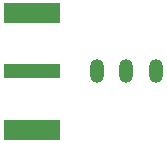
<source format=gts>
G04*
G04 #@! TF.GenerationSoftware,Altium Limited,CircuitStudio,1.5.2 (30)*
G04*
G04 Layer_Color=20142*
%FSLAX25Y25*%
%MOIN*%
G70*
G01*
G75*
%ADD20R,0.18517X0.06706*%
%ADD21R,0.18517X0.04737*%
%ADD22O,0.04737X0.07887*%
D20*
X405512Y397933D02*
D03*
Y436713D02*
D03*
D21*
Y417323D02*
D03*
D22*
X446850D02*
D03*
X437008D02*
D03*
X427165D02*
D03*
M02*

</source>
